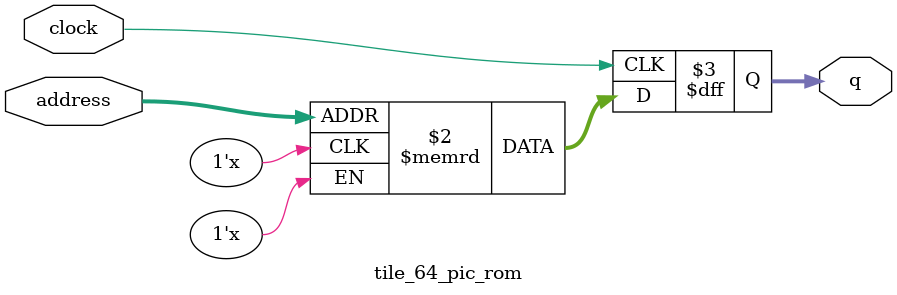
<source format=sv>
module tile_64_pic_rom (
	input logic clock,
	input logic [11:0] address,
	output logic [4:0] q
);

logic [4:0] memory [0:3071] /* synthesis ram_init_file = "./64 tile drawing/64 tile drawing.mif" */;

always_ff @ (posedge clock) begin
	q <= memory[address];
end

endmodule

</source>
